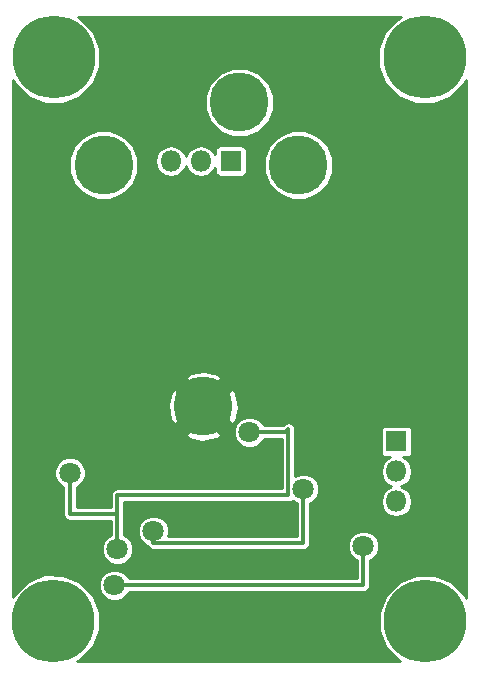
<source format=gbl>
G04 #@! TF.FileFunction,Copper,L2,Bot,Signal*
%FSLAX46Y46*%
G04 Gerber Fmt 4.6, Leading zero omitted, Abs format (unit mm)*
G04 Created by KiCad (PCBNEW 4.0.7) date 05/09/18 12:26:35*
%MOMM*%
%LPD*%
G01*
G04 APERTURE LIST*
%ADD10C,0.100000*%
%ADD11C,5.001260*%
%ADD12R,1.800000X1.800000*%
%ADD13O,1.800000X1.800000*%
%ADD14C,7.000000*%
%ADD15C,1.800000*%
%ADD16C,0.300000*%
%ADD17C,0.254000*%
G04 APERTURE END LIST*
D10*
D11*
X191600000Y-109700000D03*
X175100000Y-109700000D03*
X186600000Y-104400000D03*
X183548800Y-130133600D03*
D12*
X185877200Y-109372400D03*
D13*
X183337200Y-109372400D03*
X180797200Y-109372400D03*
D12*
X199898000Y-133096000D03*
D13*
X199898000Y-135636000D03*
X199898000Y-138176000D03*
D14*
X202300000Y-100600000D03*
X170900000Y-100600000D03*
X170850000Y-148300000D03*
X202350000Y-148350000D03*
D15*
X176022000Y-145288000D03*
X197104000Y-141986000D03*
X172250000Y-135750000D03*
X176276000Y-142240000D03*
X187452000Y-132334000D03*
X179324000Y-140716000D03*
X192024000Y-137160000D03*
D16*
X197104000Y-145288000D02*
X197104000Y-141986000D01*
X197104000Y-145288000D02*
X197104000Y-145288000D01*
X176022000Y-145288000D02*
X197104000Y-145288000D01*
X172250000Y-139250000D02*
X176276000Y-139250000D01*
X172250000Y-135750000D02*
X172250000Y-139250000D01*
X182880000Y-137668000D02*
X176276000Y-137668000D01*
X176276000Y-137668000D02*
X176276000Y-139250000D01*
X176276000Y-139250000D02*
X176276000Y-142240000D01*
X190500000Y-132334000D02*
X187452000Y-132334000D01*
X190754000Y-132080000D02*
X190500000Y-132334000D01*
X190754000Y-137668000D02*
X190754000Y-132080000D01*
X182880000Y-137668000D02*
X183388000Y-137668000D01*
X183388000Y-137668000D02*
X190754000Y-137668000D01*
X179324000Y-141732000D02*
X179324000Y-140716000D01*
X192024000Y-141732000D02*
X179324000Y-141732000D01*
X192024000Y-137160000D02*
X192024000Y-141732000D01*
D17*
G36*
X200078440Y-97268911D02*
X198972793Y-98372629D01*
X198373684Y-99815445D01*
X198372320Y-101377702D01*
X198968911Y-102821560D01*
X200072629Y-103927207D01*
X201515445Y-104526316D01*
X203077702Y-104527680D01*
X204521560Y-103931089D01*
X205627207Y-102827371D01*
X205773000Y-102476262D01*
X205773000Y-146350881D01*
X205681089Y-146128440D01*
X204577371Y-145022793D01*
X203134555Y-144423684D01*
X201572298Y-144422320D01*
X200128440Y-145018911D01*
X199022793Y-146122629D01*
X198423684Y-147565445D01*
X198422320Y-149127702D01*
X199018911Y-150571560D01*
X200122629Y-151677207D01*
X200232911Y-151723000D01*
X172849119Y-151723000D01*
X173071560Y-151631089D01*
X174177207Y-150527371D01*
X174776316Y-149084555D01*
X174777680Y-147522298D01*
X174181089Y-146078440D01*
X173654368Y-145550798D01*
X174694771Y-145550798D01*
X174896369Y-146038703D01*
X175269334Y-146412319D01*
X175756885Y-146614769D01*
X176284798Y-146615229D01*
X176772703Y-146413631D01*
X177146319Y-146040666D01*
X177219262Y-145865000D01*
X197104000Y-145865000D01*
X197324808Y-145821078D01*
X197512001Y-145696001D01*
X197637078Y-145508808D01*
X197681000Y-145288000D01*
X197681000Y-143183404D01*
X197854703Y-143111631D01*
X198228319Y-142738666D01*
X198430769Y-142251115D01*
X198431229Y-141723202D01*
X198229631Y-141235297D01*
X197856666Y-140861681D01*
X197369115Y-140659231D01*
X196841202Y-140658771D01*
X196353297Y-140860369D01*
X195979681Y-141233334D01*
X195777231Y-141720885D01*
X195776771Y-142248798D01*
X195978369Y-142736703D01*
X196351334Y-143110319D01*
X196527000Y-143183262D01*
X196527000Y-144711000D01*
X177219404Y-144711000D01*
X177147631Y-144537297D01*
X176774666Y-144163681D01*
X176287115Y-143961231D01*
X175759202Y-143960771D01*
X175271297Y-144162369D01*
X174897681Y-144535334D01*
X174695231Y-145022885D01*
X174694771Y-145550798D01*
X173654368Y-145550798D01*
X173077371Y-144972793D01*
X171634555Y-144373684D01*
X170072298Y-144372320D01*
X168628440Y-144968911D01*
X167522793Y-146072629D01*
X167427000Y-146303324D01*
X167427000Y-136012798D01*
X170922771Y-136012798D01*
X171124369Y-136500703D01*
X171497334Y-136874319D01*
X171673000Y-136947262D01*
X171673000Y-139250000D01*
X171716922Y-139470808D01*
X171841999Y-139658001D01*
X172029192Y-139783078D01*
X172250000Y-139827000D01*
X175699000Y-139827000D01*
X175699000Y-141042596D01*
X175525297Y-141114369D01*
X175151681Y-141487334D01*
X174949231Y-141974885D01*
X174948771Y-142502798D01*
X175150369Y-142990703D01*
X175523334Y-143364319D01*
X176010885Y-143566769D01*
X176538798Y-143567229D01*
X177026703Y-143365631D01*
X177400319Y-142992666D01*
X177602769Y-142505115D01*
X177603229Y-141977202D01*
X177401631Y-141489297D01*
X177028666Y-141115681D01*
X176853000Y-141042738D01*
X176853000Y-138245000D01*
X190754000Y-138245000D01*
X190974808Y-138201078D01*
X191102840Y-138115531D01*
X191271334Y-138284319D01*
X191447000Y-138357262D01*
X191447000Y-141155000D01*
X180578565Y-141155000D01*
X180650769Y-140981115D01*
X180651229Y-140453202D01*
X180449631Y-139965297D01*
X180076666Y-139591681D01*
X179589115Y-139389231D01*
X179061202Y-139388771D01*
X178573297Y-139590369D01*
X178199681Y-139963334D01*
X177997231Y-140450885D01*
X177996771Y-140978798D01*
X178198369Y-141466703D01*
X178571334Y-141840319D01*
X178786302Y-141929582D01*
X178790922Y-141952808D01*
X178915999Y-142140001D01*
X179103192Y-142265078D01*
X179324000Y-142309000D01*
X192024000Y-142309000D01*
X192244808Y-142265078D01*
X192432001Y-142140001D01*
X192557078Y-141952808D01*
X192601000Y-141732000D01*
X192601000Y-138357404D01*
X192774703Y-138285631D01*
X193148319Y-137912666D01*
X193350769Y-137425115D01*
X193351229Y-136897202D01*
X193149631Y-136409297D01*
X192776666Y-136035681D01*
X192289115Y-135833231D01*
X191761202Y-135832771D01*
X191331000Y-136010527D01*
X191331000Y-132196000D01*
X198562635Y-132196000D01*
X198562635Y-133996000D01*
X198592409Y-134154237D01*
X198685927Y-134299567D01*
X198828619Y-134397064D01*
X198998000Y-134431365D01*
X199319315Y-134431365D01*
X198959669Y-134671672D01*
X198672012Y-135102182D01*
X198571000Y-135610003D01*
X198571000Y-135661997D01*
X198672012Y-136169818D01*
X198959669Y-136600328D01*
X199390179Y-136887985D01*
X199480746Y-136906000D01*
X199390179Y-136924015D01*
X198959669Y-137211672D01*
X198672012Y-137642182D01*
X198571000Y-138150003D01*
X198571000Y-138201997D01*
X198672012Y-138709818D01*
X198959669Y-139140328D01*
X199390179Y-139427985D01*
X199898000Y-139528997D01*
X200405821Y-139427985D01*
X200836331Y-139140328D01*
X201123988Y-138709818D01*
X201225000Y-138201997D01*
X201225000Y-138150003D01*
X201123988Y-137642182D01*
X200836331Y-137211672D01*
X200405821Y-136924015D01*
X200315254Y-136906000D01*
X200405821Y-136887985D01*
X200836331Y-136600328D01*
X201123988Y-136169818D01*
X201225000Y-135661997D01*
X201225000Y-135610003D01*
X201123988Y-135102182D01*
X200836331Y-134671672D01*
X200476685Y-134431365D01*
X200798000Y-134431365D01*
X200956237Y-134401591D01*
X201101567Y-134308073D01*
X201199064Y-134165381D01*
X201233365Y-133996000D01*
X201233365Y-132196000D01*
X201203591Y-132037763D01*
X201110073Y-131892433D01*
X200967381Y-131794936D01*
X200798000Y-131760635D01*
X198998000Y-131760635D01*
X198839763Y-131790409D01*
X198694433Y-131883927D01*
X198596936Y-132026619D01*
X198562635Y-132196000D01*
X191331000Y-132196000D01*
X191331000Y-132080000D01*
X191287078Y-131859192D01*
X191162001Y-131671999D01*
X190974808Y-131546922D01*
X190754000Y-131503000D01*
X190533192Y-131546922D01*
X190345999Y-131671999D01*
X190345997Y-131672002D01*
X190260999Y-131757000D01*
X188649404Y-131757000D01*
X188577631Y-131583297D01*
X188204666Y-131209681D01*
X187717115Y-131007231D01*
X187189202Y-131006771D01*
X186701297Y-131208369D01*
X186327681Y-131581334D01*
X186125231Y-132068885D01*
X186124771Y-132596798D01*
X186326369Y-133084703D01*
X186699334Y-133458319D01*
X187186885Y-133660769D01*
X187714798Y-133661229D01*
X188202703Y-133459631D01*
X188576319Y-133086666D01*
X188649262Y-132911000D01*
X190177000Y-132911000D01*
X190177000Y-137091000D01*
X176276000Y-137091000D01*
X176055192Y-137134922D01*
X175867999Y-137259999D01*
X175742922Y-137447192D01*
X175699000Y-137668000D01*
X175699000Y-138673000D01*
X172827000Y-138673000D01*
X172827000Y-136947404D01*
X173000703Y-136875631D01*
X173374319Y-136502666D01*
X173576769Y-136015115D01*
X173577229Y-135487202D01*
X173375631Y-134999297D01*
X173002666Y-134625681D01*
X172515115Y-134423231D01*
X171987202Y-134422771D01*
X171499297Y-134624369D01*
X171125681Y-134997334D01*
X170923231Y-135484885D01*
X170922771Y-136012798D01*
X167427000Y-136012798D01*
X167427000Y-132561099D01*
X182002356Y-132561099D01*
X182336926Y-132861513D01*
X183473101Y-133117627D01*
X184620800Y-132919450D01*
X184760674Y-132861513D01*
X185095244Y-132561099D01*
X183548800Y-131014655D01*
X182002356Y-132561099D01*
X167427000Y-132561099D01*
X167427000Y-130057901D01*
X180564773Y-130057901D01*
X180762950Y-131205600D01*
X180820887Y-131345474D01*
X181121301Y-131680044D01*
X182667745Y-130133600D01*
X184429855Y-130133600D01*
X185976299Y-131680044D01*
X186276713Y-131345474D01*
X186532827Y-130209299D01*
X186334650Y-129061600D01*
X186276713Y-128921726D01*
X185976299Y-128587156D01*
X184429855Y-130133600D01*
X182667745Y-130133600D01*
X181121301Y-128587156D01*
X180820887Y-128921726D01*
X180564773Y-130057901D01*
X167427000Y-130057901D01*
X167427000Y-127706101D01*
X182002356Y-127706101D01*
X183548800Y-129252545D01*
X185095244Y-127706101D01*
X184760674Y-127405687D01*
X183624499Y-127149573D01*
X182476800Y-127347750D01*
X182336926Y-127405687D01*
X182002356Y-127706101D01*
X167427000Y-127706101D01*
X167427000Y-110279787D01*
X172171863Y-110279787D01*
X172616629Y-111356203D01*
X173439465Y-112180477D01*
X174515104Y-112627121D01*
X175679787Y-112628137D01*
X176756203Y-112183371D01*
X177580477Y-111360535D01*
X178027121Y-110284896D01*
X178027917Y-109372400D01*
X179444203Y-109372400D01*
X179545215Y-109880221D01*
X179832872Y-110310731D01*
X180263382Y-110598388D01*
X180771203Y-110699400D01*
X180823197Y-110699400D01*
X181331018Y-110598388D01*
X181761528Y-110310731D01*
X182049185Y-109880221D01*
X182067200Y-109789654D01*
X182085215Y-109880221D01*
X182372872Y-110310731D01*
X182803382Y-110598388D01*
X183311203Y-110699400D01*
X183363197Y-110699400D01*
X183871018Y-110598388D01*
X184301528Y-110310731D01*
X184541835Y-109951085D01*
X184541835Y-110272400D01*
X184571609Y-110430637D01*
X184665127Y-110575967D01*
X184807819Y-110673464D01*
X184977200Y-110707765D01*
X186777200Y-110707765D01*
X186935437Y-110677991D01*
X187080767Y-110584473D01*
X187178264Y-110441781D01*
X187211069Y-110279787D01*
X188671863Y-110279787D01*
X189116629Y-111356203D01*
X189939465Y-112180477D01*
X191015104Y-112627121D01*
X192179787Y-112628137D01*
X193256203Y-112183371D01*
X194080477Y-111360535D01*
X194527121Y-110284896D01*
X194528137Y-109120213D01*
X194083371Y-108043797D01*
X193260535Y-107219523D01*
X192184896Y-106772879D01*
X191020213Y-106771863D01*
X189943797Y-107216629D01*
X189119523Y-108039465D01*
X188672879Y-109115104D01*
X188671863Y-110279787D01*
X187211069Y-110279787D01*
X187212565Y-110272400D01*
X187212565Y-108472400D01*
X187182791Y-108314163D01*
X187089273Y-108168833D01*
X186946581Y-108071336D01*
X186777200Y-108037035D01*
X184977200Y-108037035D01*
X184818963Y-108066809D01*
X184673633Y-108160327D01*
X184576136Y-108303019D01*
X184541835Y-108472400D01*
X184541835Y-108793715D01*
X184301528Y-108434069D01*
X183871018Y-108146412D01*
X183363197Y-108045400D01*
X183311203Y-108045400D01*
X182803382Y-108146412D01*
X182372872Y-108434069D01*
X182085215Y-108864579D01*
X182067200Y-108955146D01*
X182049185Y-108864579D01*
X181761528Y-108434069D01*
X181331018Y-108146412D01*
X180823197Y-108045400D01*
X180771203Y-108045400D01*
X180263382Y-108146412D01*
X179832872Y-108434069D01*
X179545215Y-108864579D01*
X179444203Y-109372400D01*
X178027917Y-109372400D01*
X178028137Y-109120213D01*
X177583371Y-108043797D01*
X176760535Y-107219523D01*
X175684896Y-106772879D01*
X174520213Y-106771863D01*
X173443797Y-107216629D01*
X172619523Y-108039465D01*
X172172879Y-109115104D01*
X172171863Y-110279787D01*
X167427000Y-110279787D01*
X167427000Y-104979787D01*
X183671863Y-104979787D01*
X184116629Y-106056203D01*
X184939465Y-106880477D01*
X186015104Y-107327121D01*
X187179787Y-107328137D01*
X188256203Y-106883371D01*
X189080477Y-106060535D01*
X189527121Y-104984896D01*
X189528137Y-103820213D01*
X189083371Y-102743797D01*
X188260535Y-101919523D01*
X187184896Y-101472879D01*
X186020213Y-101471863D01*
X184943797Y-101916629D01*
X184119523Y-102739465D01*
X183672879Y-103815104D01*
X183671863Y-104979787D01*
X167427000Y-104979787D01*
X167427000Y-102478110D01*
X167568911Y-102821560D01*
X168672629Y-103927207D01*
X170115445Y-104526316D01*
X171677702Y-104527680D01*
X173121560Y-103931089D01*
X174227207Y-102827371D01*
X174826316Y-101384555D01*
X174827680Y-99822298D01*
X174231089Y-98378440D01*
X173127371Y-97272793D01*
X172896676Y-97177000D01*
X200300881Y-97177000D01*
X200078440Y-97268911D01*
X200078440Y-97268911D01*
G37*
X200078440Y-97268911D02*
X198972793Y-98372629D01*
X198373684Y-99815445D01*
X198372320Y-101377702D01*
X198968911Y-102821560D01*
X200072629Y-103927207D01*
X201515445Y-104526316D01*
X203077702Y-104527680D01*
X204521560Y-103931089D01*
X205627207Y-102827371D01*
X205773000Y-102476262D01*
X205773000Y-146350881D01*
X205681089Y-146128440D01*
X204577371Y-145022793D01*
X203134555Y-144423684D01*
X201572298Y-144422320D01*
X200128440Y-145018911D01*
X199022793Y-146122629D01*
X198423684Y-147565445D01*
X198422320Y-149127702D01*
X199018911Y-150571560D01*
X200122629Y-151677207D01*
X200232911Y-151723000D01*
X172849119Y-151723000D01*
X173071560Y-151631089D01*
X174177207Y-150527371D01*
X174776316Y-149084555D01*
X174777680Y-147522298D01*
X174181089Y-146078440D01*
X173654368Y-145550798D01*
X174694771Y-145550798D01*
X174896369Y-146038703D01*
X175269334Y-146412319D01*
X175756885Y-146614769D01*
X176284798Y-146615229D01*
X176772703Y-146413631D01*
X177146319Y-146040666D01*
X177219262Y-145865000D01*
X197104000Y-145865000D01*
X197324808Y-145821078D01*
X197512001Y-145696001D01*
X197637078Y-145508808D01*
X197681000Y-145288000D01*
X197681000Y-143183404D01*
X197854703Y-143111631D01*
X198228319Y-142738666D01*
X198430769Y-142251115D01*
X198431229Y-141723202D01*
X198229631Y-141235297D01*
X197856666Y-140861681D01*
X197369115Y-140659231D01*
X196841202Y-140658771D01*
X196353297Y-140860369D01*
X195979681Y-141233334D01*
X195777231Y-141720885D01*
X195776771Y-142248798D01*
X195978369Y-142736703D01*
X196351334Y-143110319D01*
X196527000Y-143183262D01*
X196527000Y-144711000D01*
X177219404Y-144711000D01*
X177147631Y-144537297D01*
X176774666Y-144163681D01*
X176287115Y-143961231D01*
X175759202Y-143960771D01*
X175271297Y-144162369D01*
X174897681Y-144535334D01*
X174695231Y-145022885D01*
X174694771Y-145550798D01*
X173654368Y-145550798D01*
X173077371Y-144972793D01*
X171634555Y-144373684D01*
X170072298Y-144372320D01*
X168628440Y-144968911D01*
X167522793Y-146072629D01*
X167427000Y-146303324D01*
X167427000Y-136012798D01*
X170922771Y-136012798D01*
X171124369Y-136500703D01*
X171497334Y-136874319D01*
X171673000Y-136947262D01*
X171673000Y-139250000D01*
X171716922Y-139470808D01*
X171841999Y-139658001D01*
X172029192Y-139783078D01*
X172250000Y-139827000D01*
X175699000Y-139827000D01*
X175699000Y-141042596D01*
X175525297Y-141114369D01*
X175151681Y-141487334D01*
X174949231Y-141974885D01*
X174948771Y-142502798D01*
X175150369Y-142990703D01*
X175523334Y-143364319D01*
X176010885Y-143566769D01*
X176538798Y-143567229D01*
X177026703Y-143365631D01*
X177400319Y-142992666D01*
X177602769Y-142505115D01*
X177603229Y-141977202D01*
X177401631Y-141489297D01*
X177028666Y-141115681D01*
X176853000Y-141042738D01*
X176853000Y-138245000D01*
X190754000Y-138245000D01*
X190974808Y-138201078D01*
X191102840Y-138115531D01*
X191271334Y-138284319D01*
X191447000Y-138357262D01*
X191447000Y-141155000D01*
X180578565Y-141155000D01*
X180650769Y-140981115D01*
X180651229Y-140453202D01*
X180449631Y-139965297D01*
X180076666Y-139591681D01*
X179589115Y-139389231D01*
X179061202Y-139388771D01*
X178573297Y-139590369D01*
X178199681Y-139963334D01*
X177997231Y-140450885D01*
X177996771Y-140978798D01*
X178198369Y-141466703D01*
X178571334Y-141840319D01*
X178786302Y-141929582D01*
X178790922Y-141952808D01*
X178915999Y-142140001D01*
X179103192Y-142265078D01*
X179324000Y-142309000D01*
X192024000Y-142309000D01*
X192244808Y-142265078D01*
X192432001Y-142140001D01*
X192557078Y-141952808D01*
X192601000Y-141732000D01*
X192601000Y-138357404D01*
X192774703Y-138285631D01*
X193148319Y-137912666D01*
X193350769Y-137425115D01*
X193351229Y-136897202D01*
X193149631Y-136409297D01*
X192776666Y-136035681D01*
X192289115Y-135833231D01*
X191761202Y-135832771D01*
X191331000Y-136010527D01*
X191331000Y-132196000D01*
X198562635Y-132196000D01*
X198562635Y-133996000D01*
X198592409Y-134154237D01*
X198685927Y-134299567D01*
X198828619Y-134397064D01*
X198998000Y-134431365D01*
X199319315Y-134431365D01*
X198959669Y-134671672D01*
X198672012Y-135102182D01*
X198571000Y-135610003D01*
X198571000Y-135661997D01*
X198672012Y-136169818D01*
X198959669Y-136600328D01*
X199390179Y-136887985D01*
X199480746Y-136906000D01*
X199390179Y-136924015D01*
X198959669Y-137211672D01*
X198672012Y-137642182D01*
X198571000Y-138150003D01*
X198571000Y-138201997D01*
X198672012Y-138709818D01*
X198959669Y-139140328D01*
X199390179Y-139427985D01*
X199898000Y-139528997D01*
X200405821Y-139427985D01*
X200836331Y-139140328D01*
X201123988Y-138709818D01*
X201225000Y-138201997D01*
X201225000Y-138150003D01*
X201123988Y-137642182D01*
X200836331Y-137211672D01*
X200405821Y-136924015D01*
X200315254Y-136906000D01*
X200405821Y-136887985D01*
X200836331Y-136600328D01*
X201123988Y-136169818D01*
X201225000Y-135661997D01*
X201225000Y-135610003D01*
X201123988Y-135102182D01*
X200836331Y-134671672D01*
X200476685Y-134431365D01*
X200798000Y-134431365D01*
X200956237Y-134401591D01*
X201101567Y-134308073D01*
X201199064Y-134165381D01*
X201233365Y-133996000D01*
X201233365Y-132196000D01*
X201203591Y-132037763D01*
X201110073Y-131892433D01*
X200967381Y-131794936D01*
X200798000Y-131760635D01*
X198998000Y-131760635D01*
X198839763Y-131790409D01*
X198694433Y-131883927D01*
X198596936Y-132026619D01*
X198562635Y-132196000D01*
X191331000Y-132196000D01*
X191331000Y-132080000D01*
X191287078Y-131859192D01*
X191162001Y-131671999D01*
X190974808Y-131546922D01*
X190754000Y-131503000D01*
X190533192Y-131546922D01*
X190345999Y-131671999D01*
X190345997Y-131672002D01*
X190260999Y-131757000D01*
X188649404Y-131757000D01*
X188577631Y-131583297D01*
X188204666Y-131209681D01*
X187717115Y-131007231D01*
X187189202Y-131006771D01*
X186701297Y-131208369D01*
X186327681Y-131581334D01*
X186125231Y-132068885D01*
X186124771Y-132596798D01*
X186326369Y-133084703D01*
X186699334Y-133458319D01*
X187186885Y-133660769D01*
X187714798Y-133661229D01*
X188202703Y-133459631D01*
X188576319Y-133086666D01*
X188649262Y-132911000D01*
X190177000Y-132911000D01*
X190177000Y-137091000D01*
X176276000Y-137091000D01*
X176055192Y-137134922D01*
X175867999Y-137259999D01*
X175742922Y-137447192D01*
X175699000Y-137668000D01*
X175699000Y-138673000D01*
X172827000Y-138673000D01*
X172827000Y-136947404D01*
X173000703Y-136875631D01*
X173374319Y-136502666D01*
X173576769Y-136015115D01*
X173577229Y-135487202D01*
X173375631Y-134999297D01*
X173002666Y-134625681D01*
X172515115Y-134423231D01*
X171987202Y-134422771D01*
X171499297Y-134624369D01*
X171125681Y-134997334D01*
X170923231Y-135484885D01*
X170922771Y-136012798D01*
X167427000Y-136012798D01*
X167427000Y-132561099D01*
X182002356Y-132561099D01*
X182336926Y-132861513D01*
X183473101Y-133117627D01*
X184620800Y-132919450D01*
X184760674Y-132861513D01*
X185095244Y-132561099D01*
X183548800Y-131014655D01*
X182002356Y-132561099D01*
X167427000Y-132561099D01*
X167427000Y-130057901D01*
X180564773Y-130057901D01*
X180762950Y-131205600D01*
X180820887Y-131345474D01*
X181121301Y-131680044D01*
X182667745Y-130133600D01*
X184429855Y-130133600D01*
X185976299Y-131680044D01*
X186276713Y-131345474D01*
X186532827Y-130209299D01*
X186334650Y-129061600D01*
X186276713Y-128921726D01*
X185976299Y-128587156D01*
X184429855Y-130133600D01*
X182667745Y-130133600D01*
X181121301Y-128587156D01*
X180820887Y-128921726D01*
X180564773Y-130057901D01*
X167427000Y-130057901D01*
X167427000Y-127706101D01*
X182002356Y-127706101D01*
X183548800Y-129252545D01*
X185095244Y-127706101D01*
X184760674Y-127405687D01*
X183624499Y-127149573D01*
X182476800Y-127347750D01*
X182336926Y-127405687D01*
X182002356Y-127706101D01*
X167427000Y-127706101D01*
X167427000Y-110279787D01*
X172171863Y-110279787D01*
X172616629Y-111356203D01*
X173439465Y-112180477D01*
X174515104Y-112627121D01*
X175679787Y-112628137D01*
X176756203Y-112183371D01*
X177580477Y-111360535D01*
X178027121Y-110284896D01*
X178027917Y-109372400D01*
X179444203Y-109372400D01*
X179545215Y-109880221D01*
X179832872Y-110310731D01*
X180263382Y-110598388D01*
X180771203Y-110699400D01*
X180823197Y-110699400D01*
X181331018Y-110598388D01*
X181761528Y-110310731D01*
X182049185Y-109880221D01*
X182067200Y-109789654D01*
X182085215Y-109880221D01*
X182372872Y-110310731D01*
X182803382Y-110598388D01*
X183311203Y-110699400D01*
X183363197Y-110699400D01*
X183871018Y-110598388D01*
X184301528Y-110310731D01*
X184541835Y-109951085D01*
X184541835Y-110272400D01*
X184571609Y-110430637D01*
X184665127Y-110575967D01*
X184807819Y-110673464D01*
X184977200Y-110707765D01*
X186777200Y-110707765D01*
X186935437Y-110677991D01*
X187080767Y-110584473D01*
X187178264Y-110441781D01*
X187211069Y-110279787D01*
X188671863Y-110279787D01*
X189116629Y-111356203D01*
X189939465Y-112180477D01*
X191015104Y-112627121D01*
X192179787Y-112628137D01*
X193256203Y-112183371D01*
X194080477Y-111360535D01*
X194527121Y-110284896D01*
X194528137Y-109120213D01*
X194083371Y-108043797D01*
X193260535Y-107219523D01*
X192184896Y-106772879D01*
X191020213Y-106771863D01*
X189943797Y-107216629D01*
X189119523Y-108039465D01*
X188672879Y-109115104D01*
X188671863Y-110279787D01*
X187211069Y-110279787D01*
X187212565Y-110272400D01*
X187212565Y-108472400D01*
X187182791Y-108314163D01*
X187089273Y-108168833D01*
X186946581Y-108071336D01*
X186777200Y-108037035D01*
X184977200Y-108037035D01*
X184818963Y-108066809D01*
X184673633Y-108160327D01*
X184576136Y-108303019D01*
X184541835Y-108472400D01*
X184541835Y-108793715D01*
X184301528Y-108434069D01*
X183871018Y-108146412D01*
X183363197Y-108045400D01*
X183311203Y-108045400D01*
X182803382Y-108146412D01*
X182372872Y-108434069D01*
X182085215Y-108864579D01*
X182067200Y-108955146D01*
X182049185Y-108864579D01*
X181761528Y-108434069D01*
X181331018Y-108146412D01*
X180823197Y-108045400D01*
X180771203Y-108045400D01*
X180263382Y-108146412D01*
X179832872Y-108434069D01*
X179545215Y-108864579D01*
X179444203Y-109372400D01*
X178027917Y-109372400D01*
X178028137Y-109120213D01*
X177583371Y-108043797D01*
X176760535Y-107219523D01*
X175684896Y-106772879D01*
X174520213Y-106771863D01*
X173443797Y-107216629D01*
X172619523Y-108039465D01*
X172172879Y-109115104D01*
X172171863Y-110279787D01*
X167427000Y-110279787D01*
X167427000Y-104979787D01*
X183671863Y-104979787D01*
X184116629Y-106056203D01*
X184939465Y-106880477D01*
X186015104Y-107327121D01*
X187179787Y-107328137D01*
X188256203Y-106883371D01*
X189080477Y-106060535D01*
X189527121Y-104984896D01*
X189528137Y-103820213D01*
X189083371Y-102743797D01*
X188260535Y-101919523D01*
X187184896Y-101472879D01*
X186020213Y-101471863D01*
X184943797Y-101916629D01*
X184119523Y-102739465D01*
X183672879Y-103815104D01*
X183671863Y-104979787D01*
X167427000Y-104979787D01*
X167427000Y-102478110D01*
X167568911Y-102821560D01*
X168672629Y-103927207D01*
X170115445Y-104526316D01*
X171677702Y-104527680D01*
X173121560Y-103931089D01*
X174227207Y-102827371D01*
X174826316Y-101384555D01*
X174827680Y-99822298D01*
X174231089Y-98378440D01*
X173127371Y-97272793D01*
X172896676Y-97177000D01*
X200300881Y-97177000D01*
X200078440Y-97268911D01*
M02*

</source>
